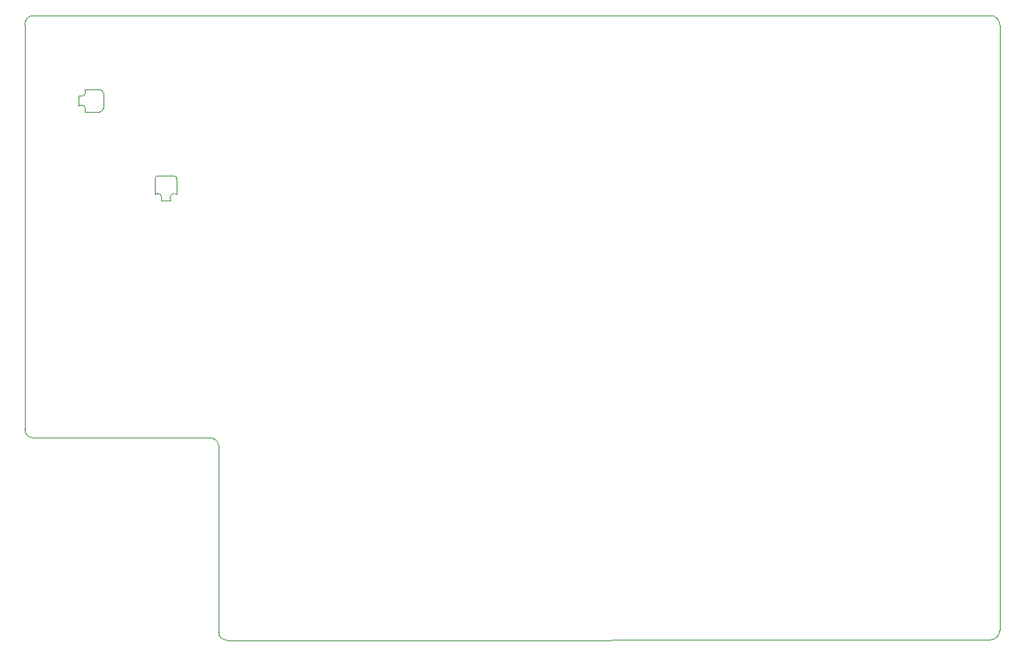
<source format=gbr>
%TF.GenerationSoftware,KiCad,Pcbnew,9.0.2*%
%TF.CreationDate,2025-12-07T23:57:28+09:00*%
%TF.ProjectId,FrostOrtho_R,46726f73-744f-4727-9468-6f5f522e6b69,rev?*%
%TF.SameCoordinates,Original*%
%TF.FileFunction,Profile,NP*%
%FSLAX46Y46*%
G04 Gerber Fmt 4.6, Leading zero omitted, Abs format (unit mm)*
G04 Created by KiCad (PCBNEW 9.0.2) date 2025-12-07 23:57:28*
%MOMM*%
%LPD*%
G01*
G04 APERTURE LIST*
%TA.AperFunction,Profile*%
%ADD10C,0.050000*%
%TD*%
%TA.AperFunction,Profile*%
%ADD11C,0.120000*%
%TD*%
G04 APERTURE END LIST*
D10*
X44907362Y-25000000D02*
X149000000Y-25000000D01*
X44800000Y-71000000D02*
G75*
G02*
X43920870Y-70076317I45700J923700D01*
G01*
X65037221Y-71945971D02*
X65001701Y-92122500D01*
X44800000Y-70999999D02*
X64100000Y-71000000D01*
X43904195Y-26000000D02*
G75*
G02*
X44904195Y-24999995I1000005J0D01*
G01*
X64100000Y-71000000D02*
G75*
G02*
X65037224Y-71946223I-17500J-954600D01*
G01*
X149000000Y-25000000D02*
G75*
G02*
X150000000Y-26000000I0J-1000000D01*
G01*
X43921951Y-70076317D02*
X43904195Y-26000000D01*
X65917468Y-93038299D02*
G75*
G02*
X65001701Y-92122532I32J915799D01*
G01*
X149992893Y-92002893D02*
G75*
G02*
X148992893Y-93002893I-999993J-7D01*
G01*
X148990539Y-93002893D02*
X65917468Y-93038298D01*
X150000000Y-26000000D02*
X149992893Y-92003008D01*
D11*
%TO.C,U1*%
X49792247Y-34793447D02*
X49792247Y-33752047D01*
X50478047Y-33066247D02*
X52078247Y-33066247D01*
X52078247Y-35479247D02*
X50478047Y-35479247D01*
X52459247Y-33447247D02*
X52459247Y-35098247D01*
X58072247Y-44435953D02*
X58072247Y-42835753D01*
X58453247Y-42454753D02*
X60104247Y-42454753D01*
X59799447Y-45121753D02*
X58758047Y-45121753D01*
X60485247Y-42835753D02*
X60485247Y-44435953D01*
X49792247Y-34793447D02*
G75*
G02*
X50478047Y-35479247I247753J-438047D01*
G01*
X50478047Y-33066247D02*
G75*
G02*
X49792247Y-33752047I-438047J-247753D01*
G01*
X52078247Y-33066247D02*
G75*
G02*
X52459247Y-33447247I8J-380992D01*
G01*
X52459247Y-35098247D02*
G75*
G02*
X52078247Y-35479247I-380996J-4D01*
G01*
X58072247Y-42835753D02*
G75*
G02*
X58453247Y-42454757I380993J3D01*
G01*
X58072247Y-44435953D02*
G75*
G02*
X58758047Y-45121753I247753J-438047D01*
G01*
X59799447Y-45121753D02*
G75*
G02*
X60485251Y-44435946I438053J247753D01*
G01*
X60104247Y-42454753D02*
G75*
G02*
X60485247Y-42835753I3J-380997D01*
G01*
%TD*%
M02*

</source>
